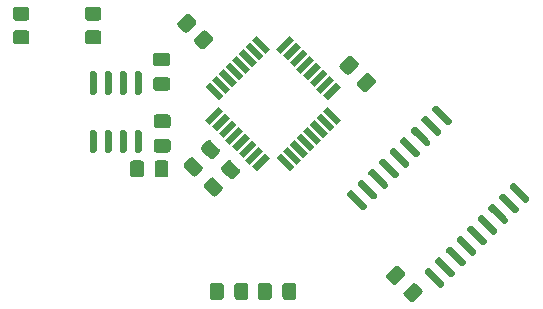
<source format=gbr>
%TF.GenerationSoftware,KiCad,Pcbnew,(5.1.8)-1*%
%TF.CreationDate,2021-01-04T13:49:47+01:00*%
%TF.ProjectId,fablab,6661626c-6162-42e6-9b69-6361645f7063,rev?*%
%TF.SameCoordinates,Original*%
%TF.FileFunction,Paste,Top*%
%TF.FilePolarity,Positive*%
%FSLAX46Y46*%
G04 Gerber Fmt 4.6, Leading zero omitted, Abs format (unit mm)*
G04 Created by KiCad (PCBNEW (5.1.8)-1) date 2021-01-04 13:49:47*
%MOMM*%
%LPD*%
G01*
G04 APERTURE LIST*
%ADD10C,0.100000*%
G04 APERTURE END LIST*
%TO.C,C1*%
G36*
G01*
X34323000Y-166058000D02*
X35273000Y-166058000D01*
G75*
G02*
X35523000Y-166308000I0J-250000D01*
G01*
X35523000Y-166983000D01*
G75*
G02*
X35273000Y-167233000I-250000J0D01*
G01*
X34323000Y-167233000D01*
G75*
G02*
X34073000Y-166983000I0J250000D01*
G01*
X34073000Y-166308000D01*
G75*
G02*
X34323000Y-166058000I250000J0D01*
G01*
G37*
G36*
G01*
X34323000Y-163983000D02*
X35273000Y-163983000D01*
G75*
G02*
X35523000Y-164233000I0J-250000D01*
G01*
X35523000Y-164908000D01*
G75*
G02*
X35273000Y-165158000I-250000J0D01*
G01*
X34323000Y-165158000D01*
G75*
G02*
X34073000Y-164908000I0J250000D01*
G01*
X34073000Y-164233000D01*
G75*
G02*
X34323000Y-163983000I250000J0D01*
G01*
G37*
%TD*%
%TO.C,C2*%
G36*
G01*
X35222200Y-159925600D02*
X34272200Y-159925600D01*
G75*
G02*
X34022200Y-159675600I0J250000D01*
G01*
X34022200Y-159000600D01*
G75*
G02*
X34272200Y-158750600I250000J0D01*
G01*
X35222200Y-158750600D01*
G75*
G02*
X35472200Y-159000600I0J-250000D01*
G01*
X35472200Y-159675600D01*
G75*
G02*
X35222200Y-159925600I-250000J0D01*
G01*
G37*
G36*
G01*
X35222200Y-162000600D02*
X34272200Y-162000600D01*
G75*
G02*
X34022200Y-161750600I0J250000D01*
G01*
X34022200Y-161075600D01*
G75*
G02*
X34272200Y-160825600I250000J0D01*
G01*
X35222200Y-160825600D01*
G75*
G02*
X35472200Y-161075600I0J-250000D01*
G01*
X35472200Y-161750600D01*
G75*
G02*
X35222200Y-162000600I-250000J0D01*
G01*
G37*
%TD*%
%TO.C,C3*%
G36*
G01*
X33250000Y-168125000D02*
X33250000Y-169075000D01*
G75*
G02*
X33000000Y-169325000I-250000J0D01*
G01*
X32325000Y-169325000D01*
G75*
G02*
X32075000Y-169075000I0J250000D01*
G01*
X32075000Y-168125000D01*
G75*
G02*
X32325000Y-167875000I250000J0D01*
G01*
X33000000Y-167875000D01*
G75*
G02*
X33250000Y-168125000I0J-250000D01*
G01*
G37*
G36*
G01*
X35325000Y-168125000D02*
X35325000Y-169075000D01*
G75*
G02*
X35075000Y-169325000I-250000J0D01*
G01*
X34400000Y-169325000D01*
G75*
G02*
X34150000Y-169075000I0J250000D01*
G01*
X34150000Y-168125000D01*
G75*
G02*
X34400000Y-167875000I250000J0D01*
G01*
X35075000Y-167875000D01*
G75*
G02*
X35325000Y-168125000I0J-250000D01*
G01*
G37*
%TD*%
%TO.C,C7*%
G36*
G01*
X55282322Y-179004073D02*
X55954073Y-178332322D01*
G75*
G02*
X56307627Y-178332322I176777J-176777D01*
G01*
X56784924Y-178809619D01*
G75*
G02*
X56784924Y-179163173I-176777J-176777D01*
G01*
X56113173Y-179834924D01*
G75*
G02*
X55759619Y-179834924I-176777J176777D01*
G01*
X55282322Y-179357627D01*
G75*
G02*
X55282322Y-179004073I176777J176777D01*
G01*
G37*
G36*
G01*
X53815076Y-177536827D02*
X54486827Y-176865076D01*
G75*
G02*
X54840381Y-176865076I176777J-176777D01*
G01*
X55317678Y-177342373D01*
G75*
G02*
X55317678Y-177695927I-176777J-176777D01*
G01*
X54645927Y-178367678D01*
G75*
G02*
X54292373Y-178367678I-176777J176777D01*
G01*
X53815076Y-177890381D01*
G75*
G02*
X53815076Y-177536827I176777J176777D01*
G01*
G37*
%TD*%
%TO.C,R1*%
G36*
G01*
X22409999Y-156864000D02*
X23310001Y-156864000D01*
G75*
G02*
X23560000Y-157113999I0J-249999D01*
G01*
X23560000Y-157814001D01*
G75*
G02*
X23310001Y-158064000I-249999J0D01*
G01*
X22409999Y-158064000D01*
G75*
G02*
X22160000Y-157814001I0J249999D01*
G01*
X22160000Y-157113999D01*
G75*
G02*
X22409999Y-156864000I249999J0D01*
G01*
G37*
G36*
G01*
X22409999Y-154864000D02*
X23310001Y-154864000D01*
G75*
G02*
X23560000Y-155113999I0J-249999D01*
G01*
X23560000Y-155814001D01*
G75*
G02*
X23310001Y-156064000I-249999J0D01*
G01*
X22409999Y-156064000D01*
G75*
G02*
X22160000Y-155814001I0J249999D01*
G01*
X22160000Y-155113999D01*
G75*
G02*
X22409999Y-154864000I249999J0D01*
G01*
G37*
%TD*%
%TO.C,R2*%
G36*
G01*
X28505999Y-156864000D02*
X29406001Y-156864000D01*
G75*
G02*
X29656000Y-157113999I0J-249999D01*
G01*
X29656000Y-157814001D01*
G75*
G02*
X29406001Y-158064000I-249999J0D01*
G01*
X28505999Y-158064000D01*
G75*
G02*
X28256000Y-157814001I0J249999D01*
G01*
X28256000Y-157113999D01*
G75*
G02*
X28505999Y-156864000I249999J0D01*
G01*
G37*
G36*
G01*
X28505999Y-154864000D02*
X29406001Y-154864000D01*
G75*
G02*
X29656000Y-155113999I0J-249999D01*
G01*
X29656000Y-155814001D01*
G75*
G02*
X29406001Y-156064000I-249999J0D01*
G01*
X28505999Y-156064000D01*
G75*
G02*
X28256000Y-155814001I0J249999D01*
G01*
X28256000Y-155113999D01*
G75*
G02*
X28505999Y-154864000I249999J0D01*
G01*
G37*
%TD*%
%TO.C,R3*%
G36*
G01*
X37556644Y-157573042D02*
X38193042Y-156936644D01*
G75*
G02*
X38546594Y-156936644I176776J-176776D01*
G01*
X39041570Y-157431620D01*
G75*
G02*
X39041570Y-157785172I-176776J-176776D01*
G01*
X38405172Y-158421570D01*
G75*
G02*
X38051620Y-158421570I-176776J176776D01*
G01*
X37556644Y-157926594D01*
G75*
G02*
X37556644Y-157573042I176776J176776D01*
G01*
G37*
G36*
G01*
X36142430Y-156158828D02*
X36778828Y-155522430D01*
G75*
G02*
X37132380Y-155522430I176776J-176776D01*
G01*
X37627356Y-156017406D01*
G75*
G02*
X37627356Y-156370958I-176776J-176776D01*
G01*
X36990958Y-157007356D01*
G75*
G02*
X36637406Y-157007356I-176776J176776D01*
G01*
X36142430Y-156512380D01*
G75*
G02*
X36142430Y-156158828I176776J176776D01*
G01*
G37*
%TD*%
%TO.C,C4*%
G36*
G01*
X51367678Y-159895927D02*
X50695927Y-160567678D01*
G75*
G02*
X50342373Y-160567678I-176777J176777D01*
G01*
X49865076Y-160090381D01*
G75*
G02*
X49865076Y-159736827I176777J176777D01*
G01*
X50536827Y-159065076D01*
G75*
G02*
X50890381Y-159065076I176777J-176777D01*
G01*
X51367678Y-159542373D01*
G75*
G02*
X51367678Y-159895927I-176777J-176777D01*
G01*
G37*
G36*
G01*
X52834924Y-161363173D02*
X52163173Y-162034924D01*
G75*
G02*
X51809619Y-162034924I-176777J176777D01*
G01*
X51332322Y-161557627D01*
G75*
G02*
X51332322Y-161204073I176777J176777D01*
G01*
X52004073Y-160532322D01*
G75*
G02*
X52357627Y-160532322I176777J-176777D01*
G01*
X52834924Y-161009619D01*
G75*
G02*
X52834924Y-161363173I-176777J-176777D01*
G01*
G37*
%TD*%
%TO.C,C5*%
G36*
G01*
X38831000Y-179451000D02*
X38831000Y-178501000D01*
G75*
G02*
X39081000Y-178251000I250000J0D01*
G01*
X39756000Y-178251000D01*
G75*
G02*
X40006000Y-178501000I0J-250000D01*
G01*
X40006000Y-179451000D01*
G75*
G02*
X39756000Y-179701000I-250000J0D01*
G01*
X39081000Y-179701000D01*
G75*
G02*
X38831000Y-179451000I0J250000D01*
G01*
G37*
G36*
G01*
X40906000Y-179451000D02*
X40906000Y-178501000D01*
G75*
G02*
X41156000Y-178251000I250000J0D01*
G01*
X41831000Y-178251000D01*
G75*
G02*
X42081000Y-178501000I0J-250000D01*
G01*
X42081000Y-179451000D01*
G75*
G02*
X41831000Y-179701000I-250000J0D01*
G01*
X41156000Y-179701000D01*
G75*
G02*
X40906000Y-179451000I0J250000D01*
G01*
G37*
%TD*%
%TO.C,C6*%
G36*
G01*
X44970000Y-179451000D02*
X44970000Y-178501000D01*
G75*
G02*
X45220000Y-178251000I250000J0D01*
G01*
X45895000Y-178251000D01*
G75*
G02*
X46145000Y-178501000I0J-250000D01*
G01*
X46145000Y-179451000D01*
G75*
G02*
X45895000Y-179701000I-250000J0D01*
G01*
X45220000Y-179701000D01*
G75*
G02*
X44970000Y-179451000I0J250000D01*
G01*
G37*
G36*
G01*
X42895000Y-179451000D02*
X42895000Y-178501000D01*
G75*
G02*
X43145000Y-178251000I250000J0D01*
G01*
X43820000Y-178251000D01*
G75*
G02*
X44070000Y-178501000I0J-250000D01*
G01*
X44070000Y-179451000D01*
G75*
G02*
X43820000Y-179701000I-250000J0D01*
G01*
X43145000Y-179701000D01*
G75*
G02*
X42895000Y-179451000I0J250000D01*
G01*
G37*
%TD*%
%TO.C,U3*%
G36*
G01*
X32605000Y-160350000D02*
X32905000Y-160350000D01*
G75*
G02*
X33055000Y-160500000I0J-150000D01*
G01*
X33055000Y-162150000D01*
G75*
G02*
X32905000Y-162300000I-150000J0D01*
G01*
X32605000Y-162300000D01*
G75*
G02*
X32455000Y-162150000I0J150000D01*
G01*
X32455000Y-160500000D01*
G75*
G02*
X32605000Y-160350000I150000J0D01*
G01*
G37*
G36*
G01*
X31335000Y-160350000D02*
X31635000Y-160350000D01*
G75*
G02*
X31785000Y-160500000I0J-150000D01*
G01*
X31785000Y-162150000D01*
G75*
G02*
X31635000Y-162300000I-150000J0D01*
G01*
X31335000Y-162300000D01*
G75*
G02*
X31185000Y-162150000I0J150000D01*
G01*
X31185000Y-160500000D01*
G75*
G02*
X31335000Y-160350000I150000J0D01*
G01*
G37*
G36*
G01*
X30065000Y-160350000D02*
X30365000Y-160350000D01*
G75*
G02*
X30515000Y-160500000I0J-150000D01*
G01*
X30515000Y-162150000D01*
G75*
G02*
X30365000Y-162300000I-150000J0D01*
G01*
X30065000Y-162300000D01*
G75*
G02*
X29915000Y-162150000I0J150000D01*
G01*
X29915000Y-160500000D01*
G75*
G02*
X30065000Y-160350000I150000J0D01*
G01*
G37*
G36*
G01*
X28795000Y-160350000D02*
X29095000Y-160350000D01*
G75*
G02*
X29245000Y-160500000I0J-150000D01*
G01*
X29245000Y-162150000D01*
G75*
G02*
X29095000Y-162300000I-150000J0D01*
G01*
X28795000Y-162300000D01*
G75*
G02*
X28645000Y-162150000I0J150000D01*
G01*
X28645000Y-160500000D01*
G75*
G02*
X28795000Y-160350000I150000J0D01*
G01*
G37*
G36*
G01*
X28795000Y-165300000D02*
X29095000Y-165300000D01*
G75*
G02*
X29245000Y-165450000I0J-150000D01*
G01*
X29245000Y-167100000D01*
G75*
G02*
X29095000Y-167250000I-150000J0D01*
G01*
X28795000Y-167250000D01*
G75*
G02*
X28645000Y-167100000I0J150000D01*
G01*
X28645000Y-165450000D01*
G75*
G02*
X28795000Y-165300000I150000J0D01*
G01*
G37*
G36*
G01*
X30065000Y-165300000D02*
X30365000Y-165300000D01*
G75*
G02*
X30515000Y-165450000I0J-150000D01*
G01*
X30515000Y-167100000D01*
G75*
G02*
X30365000Y-167250000I-150000J0D01*
G01*
X30065000Y-167250000D01*
G75*
G02*
X29915000Y-167100000I0J150000D01*
G01*
X29915000Y-165450000D01*
G75*
G02*
X30065000Y-165300000I150000J0D01*
G01*
G37*
G36*
G01*
X31335000Y-165300000D02*
X31635000Y-165300000D01*
G75*
G02*
X31785000Y-165450000I0J-150000D01*
G01*
X31785000Y-167100000D01*
G75*
G02*
X31635000Y-167250000I-150000J0D01*
G01*
X31335000Y-167250000D01*
G75*
G02*
X31185000Y-167100000I0J150000D01*
G01*
X31185000Y-165450000D01*
G75*
G02*
X31335000Y-165300000I150000J0D01*
G01*
G37*
G36*
G01*
X32605000Y-165300000D02*
X32905000Y-165300000D01*
G75*
G02*
X33055000Y-165450000I0J-150000D01*
G01*
X33055000Y-167100000D01*
G75*
G02*
X32905000Y-167250000I-150000J0D01*
G01*
X32605000Y-167250000D01*
G75*
G02*
X32455000Y-167100000I0J150000D01*
G01*
X32455000Y-165450000D01*
G75*
G02*
X32605000Y-165300000I150000J0D01*
G01*
G37*
%TD*%
D10*
%TO.C,U4*%
G36*
X38839666Y-164853445D02*
G01*
X38450757Y-164464536D01*
X39582128Y-163333165D01*
X39971037Y-163722074D01*
X38839666Y-164853445D01*
G37*
G36*
X39405352Y-165419130D02*
G01*
X39016443Y-165030221D01*
X40147814Y-163898850D01*
X40536723Y-164287759D01*
X39405352Y-165419130D01*
G37*
G36*
X39971037Y-165984816D02*
G01*
X39582128Y-165595907D01*
X40713499Y-164464536D01*
X41102408Y-164853445D01*
X39971037Y-165984816D01*
G37*
G36*
X40536722Y-166550501D02*
G01*
X40147813Y-166161592D01*
X41279184Y-165030221D01*
X41668093Y-165419130D01*
X40536722Y-166550501D01*
G37*
G36*
X41102408Y-167116187D02*
G01*
X40713499Y-166727278D01*
X41844870Y-165595907D01*
X42233779Y-165984816D01*
X41102408Y-167116187D01*
G37*
G36*
X41668093Y-167681872D02*
G01*
X41279184Y-167292963D01*
X42410555Y-166161592D01*
X42799464Y-166550501D01*
X41668093Y-167681872D01*
G37*
G36*
X42233779Y-168247557D02*
G01*
X41844870Y-167858648D01*
X42976241Y-166727277D01*
X43365150Y-167116186D01*
X42233779Y-168247557D01*
G37*
G36*
X42799464Y-168813243D02*
G01*
X42410555Y-168424334D01*
X43541926Y-167292963D01*
X43930835Y-167681872D01*
X42799464Y-168813243D01*
G37*
G36*
X45981445Y-168424334D02*
G01*
X45592536Y-168813243D01*
X44461165Y-167681872D01*
X44850074Y-167292963D01*
X45981445Y-168424334D01*
G37*
G36*
X46547130Y-167858648D02*
G01*
X46158221Y-168247557D01*
X45026850Y-167116186D01*
X45415759Y-166727277D01*
X46547130Y-167858648D01*
G37*
G36*
X47112816Y-167292963D02*
G01*
X46723907Y-167681872D01*
X45592536Y-166550501D01*
X45981445Y-166161592D01*
X47112816Y-167292963D01*
G37*
G36*
X47678501Y-166727278D02*
G01*
X47289592Y-167116187D01*
X46158221Y-165984816D01*
X46547130Y-165595907D01*
X47678501Y-166727278D01*
G37*
G36*
X48244187Y-166161592D02*
G01*
X47855278Y-166550501D01*
X46723907Y-165419130D01*
X47112816Y-165030221D01*
X48244187Y-166161592D01*
G37*
G36*
X48809872Y-165595907D02*
G01*
X48420963Y-165984816D01*
X47289592Y-164853445D01*
X47678501Y-164464536D01*
X48809872Y-165595907D01*
G37*
G36*
X49375557Y-165030221D02*
G01*
X48986648Y-165419130D01*
X47855277Y-164287759D01*
X48244186Y-163898850D01*
X49375557Y-165030221D01*
G37*
G36*
X49941243Y-164464536D02*
G01*
X49552334Y-164853445D01*
X48420963Y-163722074D01*
X48809872Y-163333165D01*
X49941243Y-164464536D01*
G37*
G36*
X48809872Y-162802835D02*
G01*
X48420963Y-162413926D01*
X49552334Y-161282555D01*
X49941243Y-161671464D01*
X48809872Y-162802835D01*
G37*
G36*
X48244186Y-162237150D02*
G01*
X47855277Y-161848241D01*
X48986648Y-160716870D01*
X49375557Y-161105779D01*
X48244186Y-162237150D01*
G37*
G36*
X47678501Y-161671464D02*
G01*
X47289592Y-161282555D01*
X48420963Y-160151184D01*
X48809872Y-160540093D01*
X47678501Y-161671464D01*
G37*
G36*
X47112816Y-161105779D02*
G01*
X46723907Y-160716870D01*
X47855278Y-159585499D01*
X48244187Y-159974408D01*
X47112816Y-161105779D01*
G37*
G36*
X46547130Y-160540093D02*
G01*
X46158221Y-160151184D01*
X47289592Y-159019813D01*
X47678501Y-159408722D01*
X46547130Y-160540093D01*
G37*
G36*
X45981445Y-159974408D02*
G01*
X45592536Y-159585499D01*
X46723907Y-158454128D01*
X47112816Y-158843037D01*
X45981445Y-159974408D01*
G37*
G36*
X45415759Y-159408723D02*
G01*
X45026850Y-159019814D01*
X46158221Y-157888443D01*
X46547130Y-158277352D01*
X45415759Y-159408723D01*
G37*
G36*
X44850074Y-158843037D02*
G01*
X44461165Y-158454128D01*
X45592536Y-157322757D01*
X45981445Y-157711666D01*
X44850074Y-158843037D01*
G37*
G36*
X43930835Y-158454128D02*
G01*
X43541926Y-158843037D01*
X42410555Y-157711666D01*
X42799464Y-157322757D01*
X43930835Y-158454128D01*
G37*
G36*
X43365150Y-159019814D02*
G01*
X42976241Y-159408723D01*
X41844870Y-158277352D01*
X42233779Y-157888443D01*
X43365150Y-159019814D01*
G37*
G36*
X42799464Y-159585499D02*
G01*
X42410555Y-159974408D01*
X41279184Y-158843037D01*
X41668093Y-158454128D01*
X42799464Y-159585499D01*
G37*
G36*
X42233779Y-160151184D02*
G01*
X41844870Y-160540093D01*
X40713499Y-159408722D01*
X41102408Y-159019813D01*
X42233779Y-160151184D01*
G37*
G36*
X41668093Y-160716870D02*
G01*
X41279184Y-161105779D01*
X40147813Y-159974408D01*
X40536722Y-159585499D01*
X41668093Y-160716870D01*
G37*
G36*
X41102408Y-161282555D02*
G01*
X40713499Y-161671464D01*
X39582128Y-160540093D01*
X39971037Y-160151184D01*
X41102408Y-161282555D01*
G37*
G36*
X40536723Y-161848241D02*
G01*
X40147814Y-162237150D01*
X39016443Y-161105779D01*
X39405352Y-160716870D01*
X40536723Y-161848241D01*
G37*
G36*
X39971037Y-162413926D02*
G01*
X39582128Y-162802835D01*
X38450757Y-161671464D01*
X38839666Y-161282555D01*
X39971037Y-162413926D01*
G37*
%TD*%
%TO.C,U5*%
G36*
G01*
X57639206Y-163443133D02*
X57851338Y-163231001D01*
G75*
G02*
X58063470Y-163231001I106066J-106066D01*
G01*
X59300906Y-164468437D01*
G75*
G02*
X59300906Y-164680569I-106066J-106066D01*
G01*
X59088774Y-164892701D01*
G75*
G02*
X58876642Y-164892701I-106066J106066D01*
G01*
X57639206Y-163655265D01*
G75*
G02*
X57639206Y-163443133I106066J106066D01*
G01*
G37*
G36*
G01*
X56741180Y-164341159D02*
X56953312Y-164129027D01*
G75*
G02*
X57165444Y-164129027I106066J-106066D01*
G01*
X58402880Y-165366463D01*
G75*
G02*
X58402880Y-165578595I-106066J-106066D01*
G01*
X58190748Y-165790727D01*
G75*
G02*
X57978616Y-165790727I-106066J106066D01*
G01*
X56741180Y-164553291D01*
G75*
G02*
X56741180Y-164341159I106066J106066D01*
G01*
G37*
G36*
G01*
X55843155Y-165239184D02*
X56055287Y-165027052D01*
G75*
G02*
X56267419Y-165027052I106066J-106066D01*
G01*
X57504855Y-166264488D01*
G75*
G02*
X57504855Y-166476620I-106066J-106066D01*
G01*
X57292723Y-166688752D01*
G75*
G02*
X57080591Y-166688752I-106066J106066D01*
G01*
X55843155Y-165451316D01*
G75*
G02*
X55843155Y-165239184I106066J106066D01*
G01*
G37*
G36*
G01*
X54945129Y-166137210D02*
X55157261Y-165925078D01*
G75*
G02*
X55369393Y-165925078I106066J-106066D01*
G01*
X56606829Y-167162514D01*
G75*
G02*
X56606829Y-167374646I-106066J-106066D01*
G01*
X56394697Y-167586778D01*
G75*
G02*
X56182565Y-167586778I-106066J106066D01*
G01*
X54945129Y-166349342D01*
G75*
G02*
X54945129Y-166137210I106066J106066D01*
G01*
G37*
G36*
G01*
X54047103Y-167035235D02*
X54259235Y-166823103D01*
G75*
G02*
X54471367Y-166823103I106066J-106066D01*
G01*
X55708803Y-168060539D01*
G75*
G02*
X55708803Y-168272671I-106066J-106066D01*
G01*
X55496671Y-168484803D01*
G75*
G02*
X55284539Y-168484803I-106066J106066D01*
G01*
X54047103Y-167247367D01*
G75*
G02*
X54047103Y-167035235I106066J106066D01*
G01*
G37*
G36*
G01*
X53149078Y-167933261D02*
X53361210Y-167721129D01*
G75*
G02*
X53573342Y-167721129I106066J-106066D01*
G01*
X54810778Y-168958565D01*
G75*
G02*
X54810778Y-169170697I-106066J-106066D01*
G01*
X54598646Y-169382829D01*
G75*
G02*
X54386514Y-169382829I-106066J106066D01*
G01*
X53149078Y-168145393D01*
G75*
G02*
X53149078Y-167933261I106066J106066D01*
G01*
G37*
G36*
G01*
X52251052Y-168831287D02*
X52463184Y-168619155D01*
G75*
G02*
X52675316Y-168619155I106066J-106066D01*
G01*
X53912752Y-169856591D01*
G75*
G02*
X53912752Y-170068723I-106066J-106066D01*
G01*
X53700620Y-170280855D01*
G75*
G02*
X53488488Y-170280855I-106066J106066D01*
G01*
X52251052Y-169043419D01*
G75*
G02*
X52251052Y-168831287I106066J106066D01*
G01*
G37*
G36*
G01*
X51353027Y-169729312D02*
X51565159Y-169517180D01*
G75*
G02*
X51777291Y-169517180I106066J-106066D01*
G01*
X53014727Y-170754616D01*
G75*
G02*
X53014727Y-170966748I-106066J-106066D01*
G01*
X52802595Y-171178880D01*
G75*
G02*
X52590463Y-171178880I-106066J106066D01*
G01*
X51353027Y-169941444D01*
G75*
G02*
X51353027Y-169729312I106066J106066D01*
G01*
G37*
G36*
G01*
X50455001Y-170627338D02*
X50667133Y-170415206D01*
G75*
G02*
X50879265Y-170415206I106066J-106066D01*
G01*
X52116701Y-171652642D01*
G75*
G02*
X52116701Y-171864774I-106066J-106066D01*
G01*
X51904569Y-172076906D01*
G75*
G02*
X51692437Y-172076906I-106066J106066D01*
G01*
X50455001Y-170839470D01*
G75*
G02*
X50455001Y-170627338I106066J106066D01*
G01*
G37*
G36*
G01*
X57031094Y-177203431D02*
X57243226Y-176991299D01*
G75*
G02*
X57455358Y-176991299I106066J-106066D01*
G01*
X58692794Y-178228735D01*
G75*
G02*
X58692794Y-178440867I-106066J-106066D01*
G01*
X58480662Y-178652999D01*
G75*
G02*
X58268530Y-178652999I-106066J106066D01*
G01*
X57031094Y-177415563D01*
G75*
G02*
X57031094Y-177203431I106066J106066D01*
G01*
G37*
G36*
G01*
X57929120Y-176305405D02*
X58141252Y-176093273D01*
G75*
G02*
X58353384Y-176093273I106066J-106066D01*
G01*
X59590820Y-177330709D01*
G75*
G02*
X59590820Y-177542841I-106066J-106066D01*
G01*
X59378688Y-177754973D01*
G75*
G02*
X59166556Y-177754973I-106066J106066D01*
G01*
X57929120Y-176517537D01*
G75*
G02*
X57929120Y-176305405I106066J106066D01*
G01*
G37*
G36*
G01*
X58827145Y-175407380D02*
X59039277Y-175195248D01*
G75*
G02*
X59251409Y-175195248I106066J-106066D01*
G01*
X60488845Y-176432684D01*
G75*
G02*
X60488845Y-176644816I-106066J-106066D01*
G01*
X60276713Y-176856948D01*
G75*
G02*
X60064581Y-176856948I-106066J106066D01*
G01*
X58827145Y-175619512D01*
G75*
G02*
X58827145Y-175407380I106066J106066D01*
G01*
G37*
G36*
G01*
X59725171Y-174509354D02*
X59937303Y-174297222D01*
G75*
G02*
X60149435Y-174297222I106066J-106066D01*
G01*
X61386871Y-175534658D01*
G75*
G02*
X61386871Y-175746790I-106066J-106066D01*
G01*
X61174739Y-175958922D01*
G75*
G02*
X60962607Y-175958922I-106066J106066D01*
G01*
X59725171Y-174721486D01*
G75*
G02*
X59725171Y-174509354I106066J106066D01*
G01*
G37*
G36*
G01*
X60623197Y-173611329D02*
X60835329Y-173399197D01*
G75*
G02*
X61047461Y-173399197I106066J-106066D01*
G01*
X62284897Y-174636633D01*
G75*
G02*
X62284897Y-174848765I-106066J-106066D01*
G01*
X62072765Y-175060897D01*
G75*
G02*
X61860633Y-175060897I-106066J106066D01*
G01*
X60623197Y-173823461D01*
G75*
G02*
X60623197Y-173611329I106066J106066D01*
G01*
G37*
G36*
G01*
X61521222Y-172713303D02*
X61733354Y-172501171D01*
G75*
G02*
X61945486Y-172501171I106066J-106066D01*
G01*
X63182922Y-173738607D01*
G75*
G02*
X63182922Y-173950739I-106066J-106066D01*
G01*
X62970790Y-174162871D01*
G75*
G02*
X62758658Y-174162871I-106066J106066D01*
G01*
X61521222Y-172925435D01*
G75*
G02*
X61521222Y-172713303I106066J106066D01*
G01*
G37*
G36*
G01*
X62419248Y-171815277D02*
X62631380Y-171603145D01*
G75*
G02*
X62843512Y-171603145I106066J-106066D01*
G01*
X64080948Y-172840581D01*
G75*
G02*
X64080948Y-173052713I-106066J-106066D01*
G01*
X63868816Y-173264845D01*
G75*
G02*
X63656684Y-173264845I-106066J106066D01*
G01*
X62419248Y-172027409D01*
G75*
G02*
X62419248Y-171815277I106066J106066D01*
G01*
G37*
G36*
G01*
X63317273Y-170917252D02*
X63529405Y-170705120D01*
G75*
G02*
X63741537Y-170705120I106066J-106066D01*
G01*
X64978973Y-171942556D01*
G75*
G02*
X64978973Y-172154688I-106066J-106066D01*
G01*
X64766841Y-172366820D01*
G75*
G02*
X64554709Y-172366820I-106066J106066D01*
G01*
X63317273Y-171129384D01*
G75*
G02*
X63317273Y-170917252I106066J106066D01*
G01*
G37*
G36*
G01*
X64215299Y-170019226D02*
X64427431Y-169807094D01*
G75*
G02*
X64639563Y-169807094I106066J-106066D01*
G01*
X65876999Y-171044530D01*
G75*
G02*
X65876999Y-171256662I-106066J-106066D01*
G01*
X65664867Y-171468794D01*
G75*
G02*
X65452735Y-171468794I-106066J106066D01*
G01*
X64215299Y-170231358D01*
G75*
G02*
X64215299Y-170019226I106066J106066D01*
G01*
G37*
%TD*%
%TO.C,C8*%
G36*
G01*
X37495927Y-167682322D02*
X38167678Y-168354073D01*
G75*
G02*
X38167678Y-168707627I-176777J-176777D01*
G01*
X37690381Y-169184924D01*
G75*
G02*
X37336827Y-169184924I-176777J176777D01*
G01*
X36665076Y-168513173D01*
G75*
G02*
X36665076Y-168159619I176777J176777D01*
G01*
X37142373Y-167682322D01*
G75*
G02*
X37495927Y-167682322I176777J-176777D01*
G01*
G37*
G36*
G01*
X38963173Y-166215076D02*
X39634924Y-166886827D01*
G75*
G02*
X39634924Y-167240381I-176777J-176777D01*
G01*
X39157627Y-167717678D01*
G75*
G02*
X38804073Y-167717678I-176777J176777D01*
G01*
X38132322Y-167045927D01*
G75*
G02*
X38132322Y-166692373I176777J176777D01*
G01*
X38609619Y-166215076D01*
G75*
G02*
X38963173Y-166215076I176777J-176777D01*
G01*
G37*
%TD*%
%TO.C,C9*%
G36*
G01*
X40663173Y-167915076D02*
X41334924Y-168586827D01*
G75*
G02*
X41334924Y-168940381I-176777J-176777D01*
G01*
X40857627Y-169417678D01*
G75*
G02*
X40504073Y-169417678I-176777J176777D01*
G01*
X39832322Y-168745927D01*
G75*
G02*
X39832322Y-168392373I176777J176777D01*
G01*
X40309619Y-167915076D01*
G75*
G02*
X40663173Y-167915076I176777J-176777D01*
G01*
G37*
G36*
G01*
X39195927Y-169382322D02*
X39867678Y-170054073D01*
G75*
G02*
X39867678Y-170407627I-176777J-176777D01*
G01*
X39390381Y-170884924D01*
G75*
G02*
X39036827Y-170884924I-176777J176777D01*
G01*
X38365076Y-170213173D01*
G75*
G02*
X38365076Y-169859619I176777J176777D01*
G01*
X38842373Y-169382322D01*
G75*
G02*
X39195927Y-169382322I176777J-176777D01*
G01*
G37*
%TD*%
M02*

</source>
